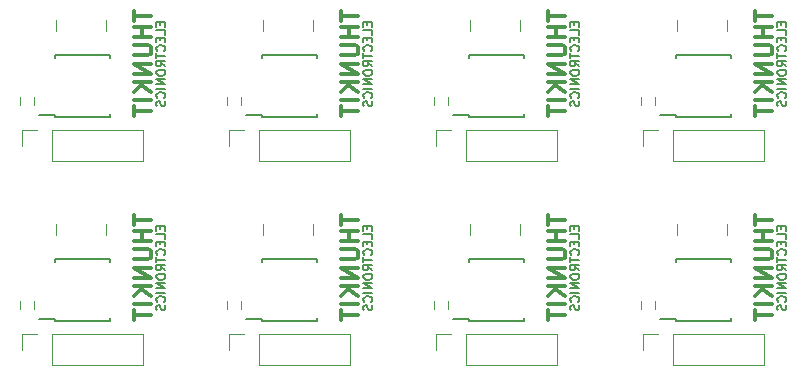
<source format=gbo>
G04 #@! TF.FileFunction,Legend,Bot*
%FSLAX46Y46*%
G04 Gerber Fmt 4.6, Leading zero omitted, Abs format (unit mm)*
G04 Created by KiCad (PCBNEW 4.0.5+dfsg1-4) date Sat May  5 18:48:22 2018*
%MOMM*%
%LPD*%
G01*
G04 APERTURE LIST*
%ADD10C,0.100000*%
%ADD11C,0.300000*%
%ADD12C,0.150000*%
%ADD13C,0.120000*%
G04 APERTURE END LIST*
D10*
D11*
X187722771Y-123942457D02*
X187722771Y-124799600D01*
X189222771Y-124371029D02*
X187722771Y-124371029D01*
X189222771Y-125299600D02*
X187722771Y-125299600D01*
X188437057Y-125299600D02*
X188437057Y-126156743D01*
X189222771Y-126156743D02*
X187722771Y-126156743D01*
X187722771Y-126871029D02*
X188937057Y-126871029D01*
X189079914Y-126942457D01*
X189151343Y-127013886D01*
X189222771Y-127156743D01*
X189222771Y-127442457D01*
X189151343Y-127585315D01*
X189079914Y-127656743D01*
X188937057Y-127728172D01*
X187722771Y-127728172D01*
X189222771Y-128442458D02*
X187722771Y-128442458D01*
X189222771Y-129299601D01*
X187722771Y-129299601D01*
X189222771Y-130013887D02*
X187722771Y-130013887D01*
X189222771Y-130871030D02*
X188365629Y-130228173D01*
X187722771Y-130871030D02*
X188579914Y-130013887D01*
X189222771Y-131513887D02*
X187722771Y-131513887D01*
X187722771Y-132013887D02*
X187722771Y-132871030D01*
X189222771Y-132442459D02*
X187722771Y-132442459D01*
D12*
X189989229Y-124943371D02*
X189989229Y-125193371D01*
X190382086Y-125300514D02*
X190382086Y-124943371D01*
X189632086Y-124943371D01*
X189632086Y-125300514D01*
X190382086Y-125979085D02*
X190382086Y-125621942D01*
X189632086Y-125621942D01*
X189989229Y-126229085D02*
X189989229Y-126479085D01*
X190382086Y-126586228D02*
X190382086Y-126229085D01*
X189632086Y-126229085D01*
X189632086Y-126586228D01*
X190310657Y-127336228D02*
X190346371Y-127300514D01*
X190382086Y-127193371D01*
X190382086Y-127121942D01*
X190346371Y-127014799D01*
X190274943Y-126943371D01*
X190203514Y-126907656D01*
X190060657Y-126871942D01*
X189953514Y-126871942D01*
X189810657Y-126907656D01*
X189739229Y-126943371D01*
X189667800Y-127014799D01*
X189632086Y-127121942D01*
X189632086Y-127193371D01*
X189667800Y-127300514D01*
X189703514Y-127336228D01*
X189632086Y-127550514D02*
X189632086Y-127979085D01*
X190382086Y-127764799D02*
X189632086Y-127764799D01*
X190382086Y-128657657D02*
X190024943Y-128407657D01*
X190382086Y-128229085D02*
X189632086Y-128229085D01*
X189632086Y-128514800D01*
X189667800Y-128586228D01*
X189703514Y-128621943D01*
X189774943Y-128657657D01*
X189882086Y-128657657D01*
X189953514Y-128621943D01*
X189989229Y-128586228D01*
X190024943Y-128514800D01*
X190024943Y-128229085D01*
X189632086Y-129121943D02*
X189632086Y-129264800D01*
X189667800Y-129336228D01*
X189739229Y-129407657D01*
X189882086Y-129443371D01*
X190132086Y-129443371D01*
X190274943Y-129407657D01*
X190346371Y-129336228D01*
X190382086Y-129264800D01*
X190382086Y-129121943D01*
X190346371Y-129050514D01*
X190274943Y-128979085D01*
X190132086Y-128943371D01*
X189882086Y-128943371D01*
X189739229Y-128979085D01*
X189667800Y-129050514D01*
X189632086Y-129121943D01*
X190382086Y-129764799D02*
X189632086Y-129764799D01*
X190382086Y-130193371D01*
X189632086Y-130193371D01*
X190382086Y-130550513D02*
X189632086Y-130550513D01*
X190310657Y-131336228D02*
X190346371Y-131300514D01*
X190382086Y-131193371D01*
X190382086Y-131121942D01*
X190346371Y-131014799D01*
X190274943Y-130943371D01*
X190203514Y-130907656D01*
X190060657Y-130871942D01*
X189953514Y-130871942D01*
X189810657Y-130907656D01*
X189739229Y-130943371D01*
X189667800Y-131014799D01*
X189632086Y-131121942D01*
X189632086Y-131193371D01*
X189667800Y-131300514D01*
X189703514Y-131336228D01*
X190346371Y-131621942D02*
X190382086Y-131729085D01*
X190382086Y-131907656D01*
X190346371Y-131979085D01*
X190310657Y-132014799D01*
X190239229Y-132050514D01*
X190167800Y-132050514D01*
X190096371Y-132014799D01*
X190060657Y-131979085D01*
X190024943Y-131907656D01*
X189989229Y-131764799D01*
X189953514Y-131693371D01*
X189917800Y-131657656D01*
X189846371Y-131621942D01*
X189774943Y-131621942D01*
X189703514Y-131657656D01*
X189667800Y-131693371D01*
X189632086Y-131764799D01*
X189632086Y-131943371D01*
X189667800Y-132050514D01*
D11*
X205248771Y-123942457D02*
X205248771Y-124799600D01*
X206748771Y-124371029D02*
X205248771Y-124371029D01*
X206748771Y-125299600D02*
X205248771Y-125299600D01*
X205963057Y-125299600D02*
X205963057Y-126156743D01*
X206748771Y-126156743D02*
X205248771Y-126156743D01*
X205248771Y-126871029D02*
X206463057Y-126871029D01*
X206605914Y-126942457D01*
X206677343Y-127013886D01*
X206748771Y-127156743D01*
X206748771Y-127442457D01*
X206677343Y-127585315D01*
X206605914Y-127656743D01*
X206463057Y-127728172D01*
X205248771Y-127728172D01*
X206748771Y-128442458D02*
X205248771Y-128442458D01*
X206748771Y-129299601D01*
X205248771Y-129299601D01*
X206748771Y-130013887D02*
X205248771Y-130013887D01*
X206748771Y-130871030D02*
X205891629Y-130228173D01*
X205248771Y-130871030D02*
X206105914Y-130013887D01*
X206748771Y-131513887D02*
X205248771Y-131513887D01*
X205248771Y-132013887D02*
X205248771Y-132871030D01*
X206748771Y-132442459D02*
X205248771Y-132442459D01*
D12*
X207515229Y-124943371D02*
X207515229Y-125193371D01*
X207908086Y-125300514D02*
X207908086Y-124943371D01*
X207158086Y-124943371D01*
X207158086Y-125300514D01*
X207908086Y-125979085D02*
X207908086Y-125621942D01*
X207158086Y-125621942D01*
X207515229Y-126229085D02*
X207515229Y-126479085D01*
X207908086Y-126586228D02*
X207908086Y-126229085D01*
X207158086Y-126229085D01*
X207158086Y-126586228D01*
X207836657Y-127336228D02*
X207872371Y-127300514D01*
X207908086Y-127193371D01*
X207908086Y-127121942D01*
X207872371Y-127014799D01*
X207800943Y-126943371D01*
X207729514Y-126907656D01*
X207586657Y-126871942D01*
X207479514Y-126871942D01*
X207336657Y-126907656D01*
X207265229Y-126943371D01*
X207193800Y-127014799D01*
X207158086Y-127121942D01*
X207158086Y-127193371D01*
X207193800Y-127300514D01*
X207229514Y-127336228D01*
X207158086Y-127550514D02*
X207158086Y-127979085D01*
X207908086Y-127764799D02*
X207158086Y-127764799D01*
X207908086Y-128657657D02*
X207550943Y-128407657D01*
X207908086Y-128229085D02*
X207158086Y-128229085D01*
X207158086Y-128514800D01*
X207193800Y-128586228D01*
X207229514Y-128621943D01*
X207300943Y-128657657D01*
X207408086Y-128657657D01*
X207479514Y-128621943D01*
X207515229Y-128586228D01*
X207550943Y-128514800D01*
X207550943Y-128229085D01*
X207158086Y-129121943D02*
X207158086Y-129264800D01*
X207193800Y-129336228D01*
X207265229Y-129407657D01*
X207408086Y-129443371D01*
X207658086Y-129443371D01*
X207800943Y-129407657D01*
X207872371Y-129336228D01*
X207908086Y-129264800D01*
X207908086Y-129121943D01*
X207872371Y-129050514D01*
X207800943Y-128979085D01*
X207658086Y-128943371D01*
X207408086Y-128943371D01*
X207265229Y-128979085D01*
X207193800Y-129050514D01*
X207158086Y-129121943D01*
X207908086Y-129764799D02*
X207158086Y-129764799D01*
X207908086Y-130193371D01*
X207158086Y-130193371D01*
X207908086Y-130550513D02*
X207158086Y-130550513D01*
X207836657Y-131336228D02*
X207872371Y-131300514D01*
X207908086Y-131193371D01*
X207908086Y-131121942D01*
X207872371Y-131014799D01*
X207800943Y-130943371D01*
X207729514Y-130907656D01*
X207586657Y-130871942D01*
X207479514Y-130871942D01*
X207336657Y-130907656D01*
X207265229Y-130943371D01*
X207193800Y-131014799D01*
X207158086Y-131121942D01*
X207158086Y-131193371D01*
X207193800Y-131300514D01*
X207229514Y-131336228D01*
X207872371Y-131621942D02*
X207908086Y-131729085D01*
X207908086Y-131907656D01*
X207872371Y-131979085D01*
X207836657Y-132014799D01*
X207765229Y-132050514D01*
X207693800Y-132050514D01*
X207622371Y-132014799D01*
X207586657Y-131979085D01*
X207550943Y-131907656D01*
X207515229Y-131764799D01*
X207479514Y-131693371D01*
X207443800Y-131657656D01*
X207372371Y-131621942D01*
X207300943Y-131621942D01*
X207229514Y-131657656D01*
X207193800Y-131693371D01*
X207158086Y-131764799D01*
X207158086Y-131943371D01*
X207193800Y-132050514D01*
X172463229Y-124943371D02*
X172463229Y-125193371D01*
X172856086Y-125300514D02*
X172856086Y-124943371D01*
X172106086Y-124943371D01*
X172106086Y-125300514D01*
X172856086Y-125979085D02*
X172856086Y-125621942D01*
X172106086Y-125621942D01*
X172463229Y-126229085D02*
X172463229Y-126479085D01*
X172856086Y-126586228D02*
X172856086Y-126229085D01*
X172106086Y-126229085D01*
X172106086Y-126586228D01*
X172784657Y-127336228D02*
X172820371Y-127300514D01*
X172856086Y-127193371D01*
X172856086Y-127121942D01*
X172820371Y-127014799D01*
X172748943Y-126943371D01*
X172677514Y-126907656D01*
X172534657Y-126871942D01*
X172427514Y-126871942D01*
X172284657Y-126907656D01*
X172213229Y-126943371D01*
X172141800Y-127014799D01*
X172106086Y-127121942D01*
X172106086Y-127193371D01*
X172141800Y-127300514D01*
X172177514Y-127336228D01*
X172106086Y-127550514D02*
X172106086Y-127979085D01*
X172856086Y-127764799D02*
X172106086Y-127764799D01*
X172856086Y-128657657D02*
X172498943Y-128407657D01*
X172856086Y-128229085D02*
X172106086Y-128229085D01*
X172106086Y-128514800D01*
X172141800Y-128586228D01*
X172177514Y-128621943D01*
X172248943Y-128657657D01*
X172356086Y-128657657D01*
X172427514Y-128621943D01*
X172463229Y-128586228D01*
X172498943Y-128514800D01*
X172498943Y-128229085D01*
X172106086Y-129121943D02*
X172106086Y-129264800D01*
X172141800Y-129336228D01*
X172213229Y-129407657D01*
X172356086Y-129443371D01*
X172606086Y-129443371D01*
X172748943Y-129407657D01*
X172820371Y-129336228D01*
X172856086Y-129264800D01*
X172856086Y-129121943D01*
X172820371Y-129050514D01*
X172748943Y-128979085D01*
X172606086Y-128943371D01*
X172356086Y-128943371D01*
X172213229Y-128979085D01*
X172141800Y-129050514D01*
X172106086Y-129121943D01*
X172856086Y-129764799D02*
X172106086Y-129764799D01*
X172856086Y-130193371D01*
X172106086Y-130193371D01*
X172856086Y-130550513D02*
X172106086Y-130550513D01*
X172784657Y-131336228D02*
X172820371Y-131300514D01*
X172856086Y-131193371D01*
X172856086Y-131121942D01*
X172820371Y-131014799D01*
X172748943Y-130943371D01*
X172677514Y-130907656D01*
X172534657Y-130871942D01*
X172427514Y-130871942D01*
X172284657Y-130907656D01*
X172213229Y-130943371D01*
X172141800Y-131014799D01*
X172106086Y-131121942D01*
X172106086Y-131193371D01*
X172141800Y-131300514D01*
X172177514Y-131336228D01*
X172820371Y-131621942D02*
X172856086Y-131729085D01*
X172856086Y-131907656D01*
X172820371Y-131979085D01*
X172784657Y-132014799D01*
X172713229Y-132050514D01*
X172641800Y-132050514D01*
X172570371Y-132014799D01*
X172534657Y-131979085D01*
X172498943Y-131907656D01*
X172463229Y-131764799D01*
X172427514Y-131693371D01*
X172391800Y-131657656D01*
X172320371Y-131621942D01*
X172248943Y-131621942D01*
X172177514Y-131657656D01*
X172141800Y-131693371D01*
X172106086Y-131764799D01*
X172106086Y-131943371D01*
X172141800Y-132050514D01*
D11*
X170196771Y-123942457D02*
X170196771Y-124799600D01*
X171696771Y-124371029D02*
X170196771Y-124371029D01*
X171696771Y-125299600D02*
X170196771Y-125299600D01*
X170911057Y-125299600D02*
X170911057Y-126156743D01*
X171696771Y-126156743D02*
X170196771Y-126156743D01*
X170196771Y-126871029D02*
X171411057Y-126871029D01*
X171553914Y-126942457D01*
X171625343Y-127013886D01*
X171696771Y-127156743D01*
X171696771Y-127442457D01*
X171625343Y-127585315D01*
X171553914Y-127656743D01*
X171411057Y-127728172D01*
X170196771Y-127728172D01*
X171696771Y-128442458D02*
X170196771Y-128442458D01*
X171696771Y-129299601D01*
X170196771Y-129299601D01*
X171696771Y-130013887D02*
X170196771Y-130013887D01*
X171696771Y-130871030D02*
X170839629Y-130228173D01*
X170196771Y-130871030D02*
X171053914Y-130013887D01*
X171696771Y-131513887D02*
X170196771Y-131513887D01*
X170196771Y-132013887D02*
X170196771Y-132871030D01*
X171696771Y-132442459D02*
X170196771Y-132442459D01*
X152670771Y-123942457D02*
X152670771Y-124799600D01*
X154170771Y-124371029D02*
X152670771Y-124371029D01*
X154170771Y-125299600D02*
X152670771Y-125299600D01*
X153385057Y-125299600D02*
X153385057Y-126156743D01*
X154170771Y-126156743D02*
X152670771Y-126156743D01*
X152670771Y-126871029D02*
X153885057Y-126871029D01*
X154027914Y-126942457D01*
X154099343Y-127013886D01*
X154170771Y-127156743D01*
X154170771Y-127442457D01*
X154099343Y-127585315D01*
X154027914Y-127656743D01*
X153885057Y-127728172D01*
X152670771Y-127728172D01*
X154170771Y-128442458D02*
X152670771Y-128442458D01*
X154170771Y-129299601D01*
X152670771Y-129299601D01*
X154170771Y-130013887D02*
X152670771Y-130013887D01*
X154170771Y-130871030D02*
X153313629Y-130228173D01*
X152670771Y-130871030D02*
X153527914Y-130013887D01*
X154170771Y-131513887D02*
X152670771Y-131513887D01*
X152670771Y-132013887D02*
X152670771Y-132871030D01*
X154170771Y-132442459D02*
X152670771Y-132442459D01*
D12*
X154937229Y-124943371D02*
X154937229Y-125193371D01*
X155330086Y-125300514D02*
X155330086Y-124943371D01*
X154580086Y-124943371D01*
X154580086Y-125300514D01*
X155330086Y-125979085D02*
X155330086Y-125621942D01*
X154580086Y-125621942D01*
X154937229Y-126229085D02*
X154937229Y-126479085D01*
X155330086Y-126586228D02*
X155330086Y-126229085D01*
X154580086Y-126229085D01*
X154580086Y-126586228D01*
X155258657Y-127336228D02*
X155294371Y-127300514D01*
X155330086Y-127193371D01*
X155330086Y-127121942D01*
X155294371Y-127014799D01*
X155222943Y-126943371D01*
X155151514Y-126907656D01*
X155008657Y-126871942D01*
X154901514Y-126871942D01*
X154758657Y-126907656D01*
X154687229Y-126943371D01*
X154615800Y-127014799D01*
X154580086Y-127121942D01*
X154580086Y-127193371D01*
X154615800Y-127300514D01*
X154651514Y-127336228D01*
X154580086Y-127550514D02*
X154580086Y-127979085D01*
X155330086Y-127764799D02*
X154580086Y-127764799D01*
X155330086Y-128657657D02*
X154972943Y-128407657D01*
X155330086Y-128229085D02*
X154580086Y-128229085D01*
X154580086Y-128514800D01*
X154615800Y-128586228D01*
X154651514Y-128621943D01*
X154722943Y-128657657D01*
X154830086Y-128657657D01*
X154901514Y-128621943D01*
X154937229Y-128586228D01*
X154972943Y-128514800D01*
X154972943Y-128229085D01*
X154580086Y-129121943D02*
X154580086Y-129264800D01*
X154615800Y-129336228D01*
X154687229Y-129407657D01*
X154830086Y-129443371D01*
X155080086Y-129443371D01*
X155222943Y-129407657D01*
X155294371Y-129336228D01*
X155330086Y-129264800D01*
X155330086Y-129121943D01*
X155294371Y-129050514D01*
X155222943Y-128979085D01*
X155080086Y-128943371D01*
X154830086Y-128943371D01*
X154687229Y-128979085D01*
X154615800Y-129050514D01*
X154580086Y-129121943D01*
X155330086Y-129764799D02*
X154580086Y-129764799D01*
X155330086Y-130193371D01*
X154580086Y-130193371D01*
X155330086Y-130550513D02*
X154580086Y-130550513D01*
X155258657Y-131336228D02*
X155294371Y-131300514D01*
X155330086Y-131193371D01*
X155330086Y-131121942D01*
X155294371Y-131014799D01*
X155222943Y-130943371D01*
X155151514Y-130907656D01*
X155008657Y-130871942D01*
X154901514Y-130871942D01*
X154758657Y-130907656D01*
X154687229Y-130943371D01*
X154615800Y-131014799D01*
X154580086Y-131121942D01*
X154580086Y-131193371D01*
X154615800Y-131300514D01*
X154651514Y-131336228D01*
X155294371Y-131621942D02*
X155330086Y-131729085D01*
X155330086Y-131907656D01*
X155294371Y-131979085D01*
X155258657Y-132014799D01*
X155187229Y-132050514D01*
X155115800Y-132050514D01*
X155044371Y-132014799D01*
X155008657Y-131979085D01*
X154972943Y-131907656D01*
X154937229Y-131764799D01*
X154901514Y-131693371D01*
X154865800Y-131657656D01*
X154794371Y-131621942D01*
X154722943Y-131621942D01*
X154651514Y-131657656D01*
X154615800Y-131693371D01*
X154580086Y-131764799D01*
X154580086Y-131943371D01*
X154615800Y-132050514D01*
X207515229Y-107671371D02*
X207515229Y-107921371D01*
X207908086Y-108028514D02*
X207908086Y-107671371D01*
X207158086Y-107671371D01*
X207158086Y-108028514D01*
X207908086Y-108707085D02*
X207908086Y-108349942D01*
X207158086Y-108349942D01*
X207515229Y-108957085D02*
X207515229Y-109207085D01*
X207908086Y-109314228D02*
X207908086Y-108957085D01*
X207158086Y-108957085D01*
X207158086Y-109314228D01*
X207836657Y-110064228D02*
X207872371Y-110028514D01*
X207908086Y-109921371D01*
X207908086Y-109849942D01*
X207872371Y-109742799D01*
X207800943Y-109671371D01*
X207729514Y-109635656D01*
X207586657Y-109599942D01*
X207479514Y-109599942D01*
X207336657Y-109635656D01*
X207265229Y-109671371D01*
X207193800Y-109742799D01*
X207158086Y-109849942D01*
X207158086Y-109921371D01*
X207193800Y-110028514D01*
X207229514Y-110064228D01*
X207158086Y-110278514D02*
X207158086Y-110707085D01*
X207908086Y-110492799D02*
X207158086Y-110492799D01*
X207908086Y-111385657D02*
X207550943Y-111135657D01*
X207908086Y-110957085D02*
X207158086Y-110957085D01*
X207158086Y-111242800D01*
X207193800Y-111314228D01*
X207229514Y-111349943D01*
X207300943Y-111385657D01*
X207408086Y-111385657D01*
X207479514Y-111349943D01*
X207515229Y-111314228D01*
X207550943Y-111242800D01*
X207550943Y-110957085D01*
X207158086Y-111849943D02*
X207158086Y-111992800D01*
X207193800Y-112064228D01*
X207265229Y-112135657D01*
X207408086Y-112171371D01*
X207658086Y-112171371D01*
X207800943Y-112135657D01*
X207872371Y-112064228D01*
X207908086Y-111992800D01*
X207908086Y-111849943D01*
X207872371Y-111778514D01*
X207800943Y-111707085D01*
X207658086Y-111671371D01*
X207408086Y-111671371D01*
X207265229Y-111707085D01*
X207193800Y-111778514D01*
X207158086Y-111849943D01*
X207908086Y-112492799D02*
X207158086Y-112492799D01*
X207908086Y-112921371D01*
X207158086Y-112921371D01*
X207908086Y-113278513D02*
X207158086Y-113278513D01*
X207836657Y-114064228D02*
X207872371Y-114028514D01*
X207908086Y-113921371D01*
X207908086Y-113849942D01*
X207872371Y-113742799D01*
X207800943Y-113671371D01*
X207729514Y-113635656D01*
X207586657Y-113599942D01*
X207479514Y-113599942D01*
X207336657Y-113635656D01*
X207265229Y-113671371D01*
X207193800Y-113742799D01*
X207158086Y-113849942D01*
X207158086Y-113921371D01*
X207193800Y-114028514D01*
X207229514Y-114064228D01*
X207872371Y-114349942D02*
X207908086Y-114457085D01*
X207908086Y-114635656D01*
X207872371Y-114707085D01*
X207836657Y-114742799D01*
X207765229Y-114778514D01*
X207693800Y-114778514D01*
X207622371Y-114742799D01*
X207586657Y-114707085D01*
X207550943Y-114635656D01*
X207515229Y-114492799D01*
X207479514Y-114421371D01*
X207443800Y-114385656D01*
X207372371Y-114349942D01*
X207300943Y-114349942D01*
X207229514Y-114385656D01*
X207193800Y-114421371D01*
X207158086Y-114492799D01*
X207158086Y-114671371D01*
X207193800Y-114778514D01*
D11*
X205248771Y-106670457D02*
X205248771Y-107527600D01*
X206748771Y-107099029D02*
X205248771Y-107099029D01*
X206748771Y-108027600D02*
X205248771Y-108027600D01*
X205963057Y-108027600D02*
X205963057Y-108884743D01*
X206748771Y-108884743D02*
X205248771Y-108884743D01*
X205248771Y-109599029D02*
X206463057Y-109599029D01*
X206605914Y-109670457D01*
X206677343Y-109741886D01*
X206748771Y-109884743D01*
X206748771Y-110170457D01*
X206677343Y-110313315D01*
X206605914Y-110384743D01*
X206463057Y-110456172D01*
X205248771Y-110456172D01*
X206748771Y-111170458D02*
X205248771Y-111170458D01*
X206748771Y-112027601D01*
X205248771Y-112027601D01*
X206748771Y-112741887D02*
X205248771Y-112741887D01*
X206748771Y-113599030D02*
X205891629Y-112956173D01*
X205248771Y-113599030D02*
X206105914Y-112741887D01*
X206748771Y-114241887D02*
X205248771Y-114241887D01*
X205248771Y-114741887D02*
X205248771Y-115599030D01*
X206748771Y-115170459D02*
X205248771Y-115170459D01*
X187722771Y-106670457D02*
X187722771Y-107527600D01*
X189222771Y-107099029D02*
X187722771Y-107099029D01*
X189222771Y-108027600D02*
X187722771Y-108027600D01*
X188437057Y-108027600D02*
X188437057Y-108884743D01*
X189222771Y-108884743D02*
X187722771Y-108884743D01*
X187722771Y-109599029D02*
X188937057Y-109599029D01*
X189079914Y-109670457D01*
X189151343Y-109741886D01*
X189222771Y-109884743D01*
X189222771Y-110170457D01*
X189151343Y-110313315D01*
X189079914Y-110384743D01*
X188937057Y-110456172D01*
X187722771Y-110456172D01*
X189222771Y-111170458D02*
X187722771Y-111170458D01*
X189222771Y-112027601D01*
X187722771Y-112027601D01*
X189222771Y-112741887D02*
X187722771Y-112741887D01*
X189222771Y-113599030D02*
X188365629Y-112956173D01*
X187722771Y-113599030D02*
X188579914Y-112741887D01*
X189222771Y-114241887D02*
X187722771Y-114241887D01*
X187722771Y-114741887D02*
X187722771Y-115599030D01*
X189222771Y-115170459D02*
X187722771Y-115170459D01*
D12*
X189989229Y-107671371D02*
X189989229Y-107921371D01*
X190382086Y-108028514D02*
X190382086Y-107671371D01*
X189632086Y-107671371D01*
X189632086Y-108028514D01*
X190382086Y-108707085D02*
X190382086Y-108349942D01*
X189632086Y-108349942D01*
X189989229Y-108957085D02*
X189989229Y-109207085D01*
X190382086Y-109314228D02*
X190382086Y-108957085D01*
X189632086Y-108957085D01*
X189632086Y-109314228D01*
X190310657Y-110064228D02*
X190346371Y-110028514D01*
X190382086Y-109921371D01*
X190382086Y-109849942D01*
X190346371Y-109742799D01*
X190274943Y-109671371D01*
X190203514Y-109635656D01*
X190060657Y-109599942D01*
X189953514Y-109599942D01*
X189810657Y-109635656D01*
X189739229Y-109671371D01*
X189667800Y-109742799D01*
X189632086Y-109849942D01*
X189632086Y-109921371D01*
X189667800Y-110028514D01*
X189703514Y-110064228D01*
X189632086Y-110278514D02*
X189632086Y-110707085D01*
X190382086Y-110492799D02*
X189632086Y-110492799D01*
X190382086Y-111385657D02*
X190024943Y-111135657D01*
X190382086Y-110957085D02*
X189632086Y-110957085D01*
X189632086Y-111242800D01*
X189667800Y-111314228D01*
X189703514Y-111349943D01*
X189774943Y-111385657D01*
X189882086Y-111385657D01*
X189953514Y-111349943D01*
X189989229Y-111314228D01*
X190024943Y-111242800D01*
X190024943Y-110957085D01*
X189632086Y-111849943D02*
X189632086Y-111992800D01*
X189667800Y-112064228D01*
X189739229Y-112135657D01*
X189882086Y-112171371D01*
X190132086Y-112171371D01*
X190274943Y-112135657D01*
X190346371Y-112064228D01*
X190382086Y-111992800D01*
X190382086Y-111849943D01*
X190346371Y-111778514D01*
X190274943Y-111707085D01*
X190132086Y-111671371D01*
X189882086Y-111671371D01*
X189739229Y-111707085D01*
X189667800Y-111778514D01*
X189632086Y-111849943D01*
X190382086Y-112492799D02*
X189632086Y-112492799D01*
X190382086Y-112921371D01*
X189632086Y-112921371D01*
X190382086Y-113278513D02*
X189632086Y-113278513D01*
X190310657Y-114064228D02*
X190346371Y-114028514D01*
X190382086Y-113921371D01*
X190382086Y-113849942D01*
X190346371Y-113742799D01*
X190274943Y-113671371D01*
X190203514Y-113635656D01*
X190060657Y-113599942D01*
X189953514Y-113599942D01*
X189810657Y-113635656D01*
X189739229Y-113671371D01*
X189667800Y-113742799D01*
X189632086Y-113849942D01*
X189632086Y-113921371D01*
X189667800Y-114028514D01*
X189703514Y-114064228D01*
X190346371Y-114349942D02*
X190382086Y-114457085D01*
X190382086Y-114635656D01*
X190346371Y-114707085D01*
X190310657Y-114742799D01*
X190239229Y-114778514D01*
X190167800Y-114778514D01*
X190096371Y-114742799D01*
X190060657Y-114707085D01*
X190024943Y-114635656D01*
X189989229Y-114492799D01*
X189953514Y-114421371D01*
X189917800Y-114385656D01*
X189846371Y-114349942D01*
X189774943Y-114349942D01*
X189703514Y-114385656D01*
X189667800Y-114421371D01*
X189632086Y-114492799D01*
X189632086Y-114671371D01*
X189667800Y-114778514D01*
D11*
X170196771Y-106670457D02*
X170196771Y-107527600D01*
X171696771Y-107099029D02*
X170196771Y-107099029D01*
X171696771Y-108027600D02*
X170196771Y-108027600D01*
X170911057Y-108027600D02*
X170911057Y-108884743D01*
X171696771Y-108884743D02*
X170196771Y-108884743D01*
X170196771Y-109599029D02*
X171411057Y-109599029D01*
X171553914Y-109670457D01*
X171625343Y-109741886D01*
X171696771Y-109884743D01*
X171696771Y-110170457D01*
X171625343Y-110313315D01*
X171553914Y-110384743D01*
X171411057Y-110456172D01*
X170196771Y-110456172D01*
X171696771Y-111170458D02*
X170196771Y-111170458D01*
X171696771Y-112027601D01*
X170196771Y-112027601D01*
X171696771Y-112741887D02*
X170196771Y-112741887D01*
X171696771Y-113599030D02*
X170839629Y-112956173D01*
X170196771Y-113599030D02*
X171053914Y-112741887D01*
X171696771Y-114241887D02*
X170196771Y-114241887D01*
X170196771Y-114741887D02*
X170196771Y-115599030D01*
X171696771Y-115170459D02*
X170196771Y-115170459D01*
D12*
X172463229Y-107671371D02*
X172463229Y-107921371D01*
X172856086Y-108028514D02*
X172856086Y-107671371D01*
X172106086Y-107671371D01*
X172106086Y-108028514D01*
X172856086Y-108707085D02*
X172856086Y-108349942D01*
X172106086Y-108349942D01*
X172463229Y-108957085D02*
X172463229Y-109207085D01*
X172856086Y-109314228D02*
X172856086Y-108957085D01*
X172106086Y-108957085D01*
X172106086Y-109314228D01*
X172784657Y-110064228D02*
X172820371Y-110028514D01*
X172856086Y-109921371D01*
X172856086Y-109849942D01*
X172820371Y-109742799D01*
X172748943Y-109671371D01*
X172677514Y-109635656D01*
X172534657Y-109599942D01*
X172427514Y-109599942D01*
X172284657Y-109635656D01*
X172213229Y-109671371D01*
X172141800Y-109742799D01*
X172106086Y-109849942D01*
X172106086Y-109921371D01*
X172141800Y-110028514D01*
X172177514Y-110064228D01*
X172106086Y-110278514D02*
X172106086Y-110707085D01*
X172856086Y-110492799D02*
X172106086Y-110492799D01*
X172856086Y-111385657D02*
X172498943Y-111135657D01*
X172856086Y-110957085D02*
X172106086Y-110957085D01*
X172106086Y-111242800D01*
X172141800Y-111314228D01*
X172177514Y-111349943D01*
X172248943Y-111385657D01*
X172356086Y-111385657D01*
X172427514Y-111349943D01*
X172463229Y-111314228D01*
X172498943Y-111242800D01*
X172498943Y-110957085D01*
X172106086Y-111849943D02*
X172106086Y-111992800D01*
X172141800Y-112064228D01*
X172213229Y-112135657D01*
X172356086Y-112171371D01*
X172606086Y-112171371D01*
X172748943Y-112135657D01*
X172820371Y-112064228D01*
X172856086Y-111992800D01*
X172856086Y-111849943D01*
X172820371Y-111778514D01*
X172748943Y-111707085D01*
X172606086Y-111671371D01*
X172356086Y-111671371D01*
X172213229Y-111707085D01*
X172141800Y-111778514D01*
X172106086Y-111849943D01*
X172856086Y-112492799D02*
X172106086Y-112492799D01*
X172856086Y-112921371D01*
X172106086Y-112921371D01*
X172856086Y-113278513D02*
X172106086Y-113278513D01*
X172784657Y-114064228D02*
X172820371Y-114028514D01*
X172856086Y-113921371D01*
X172856086Y-113849942D01*
X172820371Y-113742799D01*
X172748943Y-113671371D01*
X172677514Y-113635656D01*
X172534657Y-113599942D01*
X172427514Y-113599942D01*
X172284657Y-113635656D01*
X172213229Y-113671371D01*
X172141800Y-113742799D01*
X172106086Y-113849942D01*
X172106086Y-113921371D01*
X172141800Y-114028514D01*
X172177514Y-114064228D01*
X172820371Y-114349942D02*
X172856086Y-114457085D01*
X172856086Y-114635656D01*
X172820371Y-114707085D01*
X172784657Y-114742799D01*
X172713229Y-114778514D01*
X172641800Y-114778514D01*
X172570371Y-114742799D01*
X172534657Y-114707085D01*
X172498943Y-114635656D01*
X172463229Y-114492799D01*
X172427514Y-114421371D01*
X172391800Y-114385656D01*
X172320371Y-114349942D01*
X172248943Y-114349942D01*
X172177514Y-114385656D01*
X172141800Y-114421371D01*
X172106086Y-114492799D01*
X172106086Y-114671371D01*
X172141800Y-114778514D01*
X154937229Y-107671371D02*
X154937229Y-107921371D01*
X155330086Y-108028514D02*
X155330086Y-107671371D01*
X154580086Y-107671371D01*
X154580086Y-108028514D01*
X155330086Y-108707085D02*
X155330086Y-108349942D01*
X154580086Y-108349942D01*
X154937229Y-108957085D02*
X154937229Y-109207085D01*
X155330086Y-109314228D02*
X155330086Y-108957085D01*
X154580086Y-108957085D01*
X154580086Y-109314228D01*
X155258657Y-110064228D02*
X155294371Y-110028514D01*
X155330086Y-109921371D01*
X155330086Y-109849942D01*
X155294371Y-109742799D01*
X155222943Y-109671371D01*
X155151514Y-109635656D01*
X155008657Y-109599942D01*
X154901514Y-109599942D01*
X154758657Y-109635656D01*
X154687229Y-109671371D01*
X154615800Y-109742799D01*
X154580086Y-109849942D01*
X154580086Y-109921371D01*
X154615800Y-110028514D01*
X154651514Y-110064228D01*
X154580086Y-110278514D02*
X154580086Y-110707085D01*
X155330086Y-110492799D02*
X154580086Y-110492799D01*
X155330086Y-111385657D02*
X154972943Y-111135657D01*
X155330086Y-110957085D02*
X154580086Y-110957085D01*
X154580086Y-111242800D01*
X154615800Y-111314228D01*
X154651514Y-111349943D01*
X154722943Y-111385657D01*
X154830086Y-111385657D01*
X154901514Y-111349943D01*
X154937229Y-111314228D01*
X154972943Y-111242800D01*
X154972943Y-110957085D01*
X154580086Y-111849943D02*
X154580086Y-111992800D01*
X154615800Y-112064228D01*
X154687229Y-112135657D01*
X154830086Y-112171371D01*
X155080086Y-112171371D01*
X155222943Y-112135657D01*
X155294371Y-112064228D01*
X155330086Y-111992800D01*
X155330086Y-111849943D01*
X155294371Y-111778514D01*
X155222943Y-111707085D01*
X155080086Y-111671371D01*
X154830086Y-111671371D01*
X154687229Y-111707085D01*
X154615800Y-111778514D01*
X154580086Y-111849943D01*
X155330086Y-112492799D02*
X154580086Y-112492799D01*
X155330086Y-112921371D01*
X154580086Y-112921371D01*
X155330086Y-113278513D02*
X154580086Y-113278513D01*
X155258657Y-114064228D02*
X155294371Y-114028514D01*
X155330086Y-113921371D01*
X155330086Y-113849942D01*
X155294371Y-113742799D01*
X155222943Y-113671371D01*
X155151514Y-113635656D01*
X155008657Y-113599942D01*
X154901514Y-113599942D01*
X154758657Y-113635656D01*
X154687229Y-113671371D01*
X154615800Y-113742799D01*
X154580086Y-113849942D01*
X154580086Y-113921371D01*
X154615800Y-114028514D01*
X154651514Y-114064228D01*
X155294371Y-114349942D02*
X155330086Y-114457085D01*
X155330086Y-114635656D01*
X155294371Y-114707085D01*
X155258657Y-114742799D01*
X155187229Y-114778514D01*
X155115800Y-114778514D01*
X155044371Y-114742799D01*
X155008657Y-114707085D01*
X154972943Y-114635656D01*
X154937229Y-114492799D01*
X154901514Y-114421371D01*
X154865800Y-114385656D01*
X154794371Y-114349942D01*
X154722943Y-114349942D01*
X154651514Y-114385656D01*
X154615800Y-114421371D01*
X154580086Y-114492799D01*
X154580086Y-114671371D01*
X154615800Y-114778514D01*
D11*
X152670771Y-106670457D02*
X152670771Y-107527600D01*
X154170771Y-107099029D02*
X152670771Y-107099029D01*
X154170771Y-108027600D02*
X152670771Y-108027600D01*
X153385057Y-108027600D02*
X153385057Y-108884743D01*
X154170771Y-108884743D02*
X152670771Y-108884743D01*
X152670771Y-109599029D02*
X153885057Y-109599029D01*
X154027914Y-109670457D01*
X154099343Y-109741886D01*
X154170771Y-109884743D01*
X154170771Y-110170457D01*
X154099343Y-110313315D01*
X154027914Y-110384743D01*
X153885057Y-110456172D01*
X152670771Y-110456172D01*
X154170771Y-111170458D02*
X152670771Y-111170458D01*
X154170771Y-112027601D01*
X152670771Y-112027601D01*
X154170771Y-112741887D02*
X152670771Y-112741887D01*
X154170771Y-113599030D02*
X153313629Y-112956173D01*
X152670771Y-113599030D02*
X153527914Y-112741887D01*
X154170771Y-114241887D02*
X152670771Y-114241887D01*
X152670771Y-114741887D02*
X152670771Y-115599030D01*
X154170771Y-115170459D02*
X152670771Y-115170459D01*
D13*
X196815000Y-131922000D02*
X196815000Y-131222000D01*
X195615000Y-131222000D02*
X195615000Y-131922000D01*
X202935000Y-125711000D02*
X202935000Y-124711000D01*
X198695000Y-125711000D02*
X198695000Y-124711000D01*
D12*
X181037600Y-132952400D02*
X181037600Y-132827400D01*
X185687600Y-132952400D02*
X185687600Y-132727400D01*
X185687600Y-127702400D02*
X185687600Y-127927400D01*
X181037600Y-127702400D02*
X181037600Y-127927400D01*
X181037600Y-132952400D02*
X185687600Y-132952400D01*
X181037600Y-127702400D02*
X185687600Y-127702400D01*
X181037600Y-132827400D02*
X179687600Y-132827400D01*
D13*
X206054000Y-134052000D02*
X206054000Y-136712000D01*
X198374000Y-134052000D02*
X206054000Y-134052000D01*
X198374000Y-136712000D02*
X206054000Y-136712000D01*
X198374000Y-134052000D02*
X198374000Y-136712000D01*
X197104000Y-134052000D02*
X195774000Y-134052000D01*
X195774000Y-134052000D02*
X195774000Y-135382000D01*
X188528000Y-134052000D02*
X188528000Y-136712000D01*
X180848000Y-134052000D02*
X188528000Y-134052000D01*
X180848000Y-136712000D02*
X188528000Y-136712000D01*
X180848000Y-134052000D02*
X180848000Y-136712000D01*
X179578000Y-134052000D02*
X178248000Y-134052000D01*
X178248000Y-134052000D02*
X178248000Y-135382000D01*
X179289000Y-131922000D02*
X179289000Y-131222000D01*
X178089000Y-131222000D02*
X178089000Y-131922000D01*
D12*
X198563600Y-132952400D02*
X198563600Y-132827400D01*
X203213600Y-132952400D02*
X203213600Y-132727400D01*
X203213600Y-127702400D02*
X203213600Y-127927400D01*
X198563600Y-127702400D02*
X198563600Y-127927400D01*
X198563600Y-132952400D02*
X203213600Y-132952400D01*
X198563600Y-127702400D02*
X203213600Y-127702400D01*
X198563600Y-132827400D02*
X197213600Y-132827400D01*
D13*
X185409000Y-125711000D02*
X185409000Y-124711000D01*
X181169000Y-125711000D02*
X181169000Y-124711000D01*
D12*
X145985600Y-132952400D02*
X145985600Y-132827400D01*
X150635600Y-132952400D02*
X150635600Y-132727400D01*
X150635600Y-127702400D02*
X150635600Y-127927400D01*
X145985600Y-127702400D02*
X145985600Y-127927400D01*
X145985600Y-132952400D02*
X150635600Y-132952400D01*
X145985600Y-127702400D02*
X150635600Y-127702400D01*
X145985600Y-132827400D02*
X144635600Y-132827400D01*
D13*
X144237000Y-131922000D02*
X144237000Y-131222000D01*
X143037000Y-131222000D02*
X143037000Y-131922000D01*
X153476000Y-134052000D02*
X153476000Y-136712000D01*
X145796000Y-134052000D02*
X153476000Y-134052000D01*
X145796000Y-136712000D02*
X153476000Y-136712000D01*
X145796000Y-134052000D02*
X145796000Y-136712000D01*
X144526000Y-134052000D02*
X143196000Y-134052000D01*
X143196000Y-134052000D02*
X143196000Y-135382000D01*
X150357000Y-125711000D02*
X150357000Y-124711000D01*
X146117000Y-125711000D02*
X146117000Y-124711000D01*
X171002000Y-134052000D02*
X171002000Y-136712000D01*
X163322000Y-134052000D02*
X171002000Y-134052000D01*
X163322000Y-136712000D02*
X171002000Y-136712000D01*
X163322000Y-134052000D02*
X163322000Y-136712000D01*
X162052000Y-134052000D02*
X160722000Y-134052000D01*
X160722000Y-134052000D02*
X160722000Y-135382000D01*
X161763000Y-131922000D02*
X161763000Y-131222000D01*
X160563000Y-131222000D02*
X160563000Y-131922000D01*
D12*
X163511600Y-132952400D02*
X163511600Y-132827400D01*
X168161600Y-132952400D02*
X168161600Y-132727400D01*
X168161600Y-127702400D02*
X168161600Y-127927400D01*
X163511600Y-127702400D02*
X163511600Y-127927400D01*
X163511600Y-132952400D02*
X168161600Y-132952400D01*
X163511600Y-127702400D02*
X168161600Y-127702400D01*
X163511600Y-132827400D02*
X162161600Y-132827400D01*
D13*
X167883000Y-125711000D02*
X167883000Y-124711000D01*
X163643000Y-125711000D02*
X163643000Y-124711000D01*
X196815000Y-114650000D02*
X196815000Y-113950000D01*
X195615000Y-113950000D02*
X195615000Y-114650000D01*
X185409000Y-108439000D02*
X185409000Y-107439000D01*
X181169000Y-108439000D02*
X181169000Y-107439000D01*
X188528000Y-116780000D02*
X188528000Y-119440000D01*
X180848000Y-116780000D02*
X188528000Y-116780000D01*
X180848000Y-119440000D02*
X188528000Y-119440000D01*
X180848000Y-116780000D02*
X180848000Y-119440000D01*
X179578000Y-116780000D02*
X178248000Y-116780000D01*
X178248000Y-116780000D02*
X178248000Y-118110000D01*
X179289000Y-114650000D02*
X179289000Y-113950000D01*
X178089000Y-113950000D02*
X178089000Y-114650000D01*
D12*
X198563600Y-115680400D02*
X198563600Y-115555400D01*
X203213600Y-115680400D02*
X203213600Y-115455400D01*
X203213600Y-110430400D02*
X203213600Y-110655400D01*
X198563600Y-110430400D02*
X198563600Y-110655400D01*
X198563600Y-115680400D02*
X203213600Y-115680400D01*
X198563600Y-110430400D02*
X203213600Y-110430400D01*
X198563600Y-115555400D02*
X197213600Y-115555400D01*
D13*
X206054000Y-116780000D02*
X206054000Y-119440000D01*
X198374000Y-116780000D02*
X206054000Y-116780000D01*
X198374000Y-119440000D02*
X206054000Y-119440000D01*
X198374000Y-116780000D02*
X198374000Y-119440000D01*
X197104000Y-116780000D02*
X195774000Y-116780000D01*
X195774000Y-116780000D02*
X195774000Y-118110000D01*
X202935000Y-108439000D02*
X202935000Y-107439000D01*
X198695000Y-108439000D02*
X198695000Y-107439000D01*
D12*
X181037600Y-115680400D02*
X181037600Y-115555400D01*
X185687600Y-115680400D02*
X185687600Y-115455400D01*
X185687600Y-110430400D02*
X185687600Y-110655400D01*
X181037600Y-110430400D02*
X181037600Y-110655400D01*
X181037600Y-115680400D02*
X185687600Y-115680400D01*
X181037600Y-110430400D02*
X185687600Y-110430400D01*
X181037600Y-115555400D02*
X179687600Y-115555400D01*
X163511600Y-115680400D02*
X163511600Y-115555400D01*
X168161600Y-115680400D02*
X168161600Y-115455400D01*
X168161600Y-110430400D02*
X168161600Y-110655400D01*
X163511600Y-110430400D02*
X163511600Y-110655400D01*
X163511600Y-115680400D02*
X168161600Y-115680400D01*
X163511600Y-110430400D02*
X168161600Y-110430400D01*
X163511600Y-115555400D02*
X162161600Y-115555400D01*
D13*
X167883000Y-108439000D02*
X167883000Y-107439000D01*
X163643000Y-108439000D02*
X163643000Y-107439000D01*
X171002000Y-116780000D02*
X171002000Y-119440000D01*
X163322000Y-116780000D02*
X171002000Y-116780000D01*
X163322000Y-119440000D02*
X171002000Y-119440000D01*
X163322000Y-116780000D02*
X163322000Y-119440000D01*
X162052000Y-116780000D02*
X160722000Y-116780000D01*
X160722000Y-116780000D02*
X160722000Y-118110000D01*
X161763000Y-114650000D02*
X161763000Y-113950000D01*
X160563000Y-113950000D02*
X160563000Y-114650000D01*
X153476000Y-116780000D02*
X153476000Y-119440000D01*
X145796000Y-116780000D02*
X153476000Y-116780000D01*
X145796000Y-119440000D02*
X153476000Y-119440000D01*
X145796000Y-116780000D02*
X145796000Y-119440000D01*
X144526000Y-116780000D02*
X143196000Y-116780000D01*
X143196000Y-116780000D02*
X143196000Y-118110000D01*
X150357000Y-108439000D02*
X150357000Y-107439000D01*
X146117000Y-108439000D02*
X146117000Y-107439000D01*
X144237000Y-114650000D02*
X144237000Y-113950000D01*
X143037000Y-113950000D02*
X143037000Y-114650000D01*
D12*
X145985600Y-115680400D02*
X145985600Y-115555400D01*
X150635600Y-115680400D02*
X150635600Y-115455400D01*
X150635600Y-110430400D02*
X150635600Y-110655400D01*
X145985600Y-110430400D02*
X145985600Y-110655400D01*
X145985600Y-115680400D02*
X150635600Y-115680400D01*
X145985600Y-110430400D02*
X150635600Y-110430400D01*
X145985600Y-115555400D02*
X144635600Y-115555400D01*
M02*

</source>
